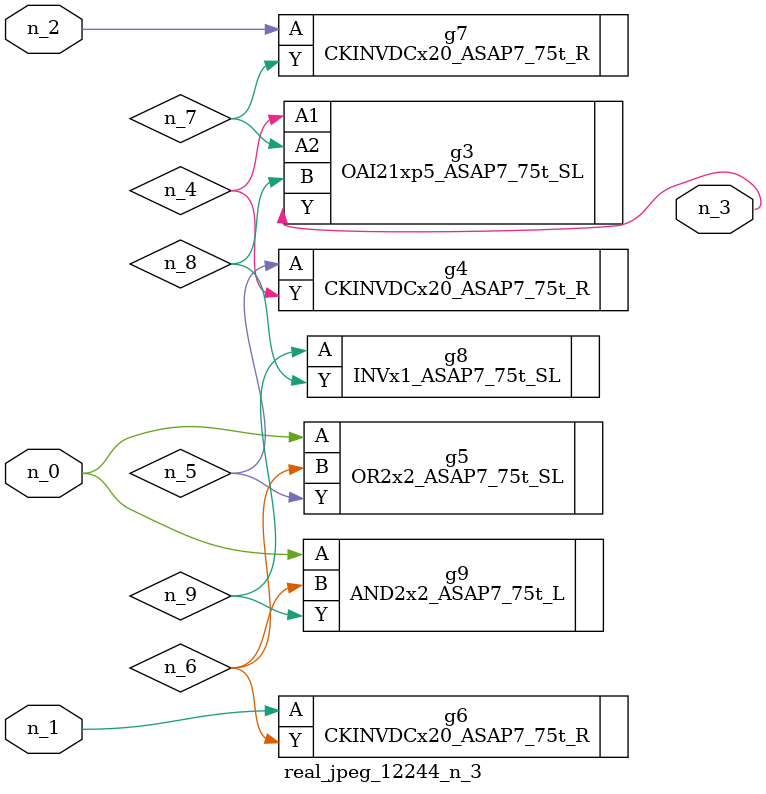
<source format=v>
module real_jpeg_12244_n_3 (n_1, n_0, n_2, n_3);

input n_1;
input n_0;
input n_2;

output n_3;

wire n_5;
wire n_4;
wire n_8;
wire n_6;
wire n_7;
wire n_9;

OR2x2_ASAP7_75t_SL g5 ( 
.A(n_0),
.B(n_6),
.Y(n_5)
);

AND2x2_ASAP7_75t_L g9 ( 
.A(n_0),
.B(n_6),
.Y(n_9)
);

CKINVDCx20_ASAP7_75t_R g6 ( 
.A(n_1),
.Y(n_6)
);

CKINVDCx20_ASAP7_75t_R g7 ( 
.A(n_2),
.Y(n_7)
);

OAI21xp5_ASAP7_75t_SL g3 ( 
.A1(n_4),
.A2(n_7),
.B(n_8),
.Y(n_3)
);

CKINVDCx20_ASAP7_75t_R g4 ( 
.A(n_5),
.Y(n_4)
);

INVx1_ASAP7_75t_SL g8 ( 
.A(n_9),
.Y(n_8)
);


endmodule
</source>
